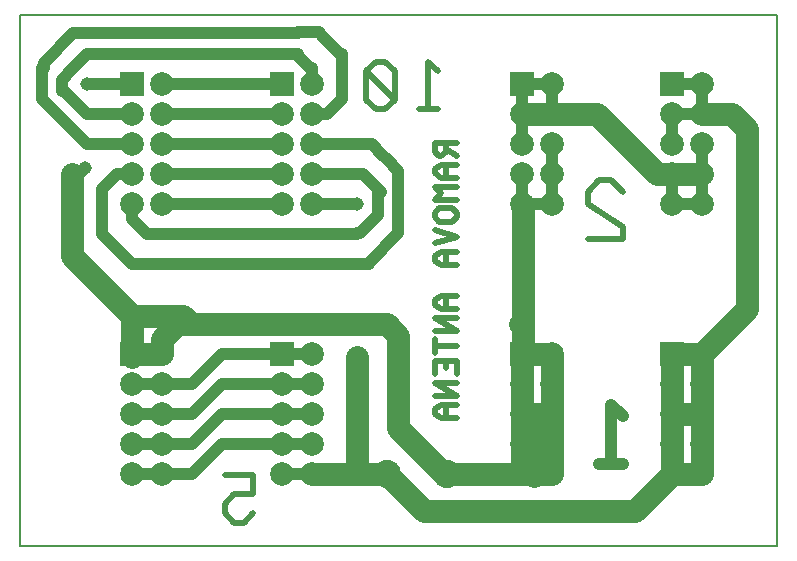
<source format=gbr>
%AMTOOL9*
21,1,0.0787,0.0787,0.0000,0.0000,0.00*
%
%AMTOOL10*
1,1,0.0787,0,0*
%
%AMTOOL11*
1,1,0.0450,0,0*
%
%AMTOOL12*
1,1,0.0940,0,0*
%
%AMTOOL13*
1,1,0.0940,0,0*
%
%ADD10C,0.002*%
%ADD11C,2.048*%
%ADD12C,0.008*%
%ADD13C,0.039*%
%ADD14C,0.050*%
%ADD15C,0.010*%
%ADD16C,0.078*%
%ADD17C,0.019*%
%ADD18C,0.011*%
%ADD19TOOL9*%
%ADD20TOOL10*%
%ADD21TOOL11*%
%ADD22TOOL12*%
%ADD23TOOL13*%
%FSLAX34Y34*%
G01X0Y0D02*
G01X74862Y46494D02*
G54D17*
G01X74467Y46889D01*
X74072*
X73677Y46494*
Y46099*
X74862Y45309*
Y44914*
X73677*
G01X74861Y37428D02*
G54D13*
G01X74071D01*
X74466D02*
Y39403D01*
X74861Y39008*
G01X62529Y35774D02*
G54D17*
G01X62213Y35458D01*
X61897*
X61581Y35774*
Y36090*
X61897Y36406*
X62529*
Y37039*
X61581*
X68678Y49248D02*
X68045D01*
X68362D02*
Y50829D01*
X68678Y50512*
X67255Y49564D02*
X66306Y50512D01*
X66622Y50829*
X66939*
X67255Y50512*
Y49564*
X66939Y49248*
X66622*
X66306Y49564*
Y50512*
G01X54766Y52402D02*
G54D12*
G01X79982D01*
Y34672*
X54766*
Y52402*
G01X69314Y48123D02*
G54D17*
G01X68586D01*
Y47832*
X68732Y47687*
X68804*
X68950Y47832*
Y48123*
Y47905D02*
X69314Y47687D01*
Y47395D02*
X68804D01*
X68586Y47250*
Y47104*
X68804Y46959*
X69314*
X68950D02*
Y47395D01*
X69314Y46667D02*
X68586D01*
X68804Y46449*
X68586Y46231*
X69314*
X69168Y45939D02*
X69314Y45794D01*
Y45648*
X69168Y45503*
X68732*
X68586Y45648*
Y45794*
X68732Y45939*
X69168*
X68586Y45211D02*
X69314Y44993D01*
X68586Y44775*
X69314Y44483D02*
X68804D01*
X68586Y44338*
Y44192*
X68804Y44047*
X69314*
X68950D02*
Y44483D01*
X69314Y43027D02*
X68804D01*
X68586Y42882*
Y42736*
X68804Y42591*
X69314*
X68950D02*
Y43027D01*
X69314Y42299D02*
X68586D01*
X69314Y41863*
X68586*
X69314Y41353D02*
X68586D01*
Y41571D02*
Y41135D01*
X69314Y40407D02*
Y40843D01*
X68586*
Y40407*
X68950Y40625D02*
Y40843D01*
X69314Y40115D02*
X68586D01*
X69314Y39679*
X68586*
X69314Y39387D02*
X68804D01*
X68586Y39242*
Y39096*
X68804Y38951*
X69314*
X68950D02*
Y39387D01*
G54D19*
X71500Y50074D03*
G54D20*
Y49074D03*
Y48074D03*
X72500Y47074D03*
X71500D03*
X72500Y48074D03*
Y49074D03*
Y50074D03*
X71500Y46074D03*
X72500D03*
G54D19*
X76500Y50074D03*
G54D20*
Y49074D03*
Y48074D03*
X77500Y47074D03*
X76500D03*
X77500Y48074D03*
Y49074D03*
Y50074D03*
X76500Y46074D03*
X77500D03*
G54D19*
X71500Y41074D03*
G54D20*
Y40074D03*
Y39074D03*
X72500Y38074D03*
X71500D03*
X72500Y39074D03*
Y40074D03*
Y41074D03*
X71500Y37074D03*
X72500D03*
G54D19*
X76500Y41074D03*
G54D20*
Y40074D03*
Y39074D03*
X77500Y38074D03*
X76500D03*
X77500Y39074D03*
Y40074D03*
Y41074D03*
X76500Y37074D03*
X77500D03*
G54D19*
X58500Y50074D03*
G54D20*
Y49074D03*
Y48074D03*
X59500Y47074D03*
X58500D03*
X59500Y48074D03*
Y49074D03*
Y50074D03*
X58500Y46074D03*
X59500D03*
G54D19*
X63500Y50074D03*
G54D20*
Y49074D03*
Y48074D03*
X64500Y47074D03*
X63500D03*
X64500Y48074D03*
Y49074D03*
Y50074D03*
X63500Y46074D03*
X64500D03*
G54D19*
X58500Y41074D03*
G54D20*
Y40074D03*
Y39074D03*
X59500Y38074D03*
X58500D03*
X59500Y39074D03*
Y40074D03*
Y41074D03*
X58500Y37074D03*
X59500D03*
G54D19*
X63500Y41074D03*
G54D20*
Y40074D03*
Y39074D03*
X64500Y38074D03*
X63500D03*
X64500Y39074D03*
Y40074D03*
Y41074D03*
X63500Y37074D03*
X64500D03*
G01X59500Y50074D02*
G54D13*
G01X63500D01*
X64500D02*
Y50629D01*
X64000Y51074D02*
X57000D01*
Y49074D02*
X58500D01*
X56500Y49574D02*
X57000Y49074D01*
Y51074D02*
X56500Y50574D01*
X56153Y50227*
X56189Y49885D02*
X56500Y49574D01*
X56153Y50227D02*
X56145Y50219D01*
Y49841*
X56189Y49885*
X64025Y51074D02*
X64000D01*
X64500Y50629D02*
X64419D01*
X64025Y51023*
Y51074*
X59500Y49074D02*
X63500D01*
X55500Y49574D02*
Y50629D01*
X65500Y51074D02*
Y51023D01*
Y49574D02*
X65000Y49074D01*
X64500*
X58500Y48074D02*
X57500D01*
X57000*
X55500Y49574*
X56539Y51771D02*
X64025D01*
X56539D02*
X55554Y50786D01*
Y50629*
X55500*
X65500Y51023D02*
Y49574D01*
Y51023D02*
X64876Y51647D01*
X64712Y51811D02*
X64025D01*
Y51771*
X64876Y51647D02*
X64712Y51811D01*
X59500Y48074D02*
X63500D01*
X64500D02*
X66500D01*
X66841Y47733*
X57500Y45574D02*
Y46574D01*
X58000Y47074*
X58500*
X57500Y45574D02*
Y45074D01*
X58500Y44074*
X66841Y47733D02*
X67000Y47574D01*
X66841Y47733*
X67374Y47200D02*
Y45901D01*
X67000Y47574D02*
X67374Y47200D01*
X66389Y44074D02*
X58500D01*
X67374Y45901D02*
Y45113D01*
X66389Y44128*
Y44074*
X59500Y47074D02*
X63500D01*
X64500D02*
X65995D01*
X59000Y45074D02*
X58500Y45574D01*
Y46074*
X66697Y46492D02*
Y45704D01*
X65995Y47074D02*
X66201D01*
X66783Y46492*
X66697*
X65995Y45074D02*
X59000D01*
X66697Y45704D02*
X66106Y45113D01*
X65995*
Y45074*
X59500Y46074D02*
X63500D01*
X76500Y50074D02*
X77500D01*
Y49074*
X76500*
Y48074*
X63500Y37074D02*
X64500D01*
G01X64500Y37074D02*
G54D16*
G01X65995D01*
G01X77500Y37074D02*
G54D13*
G01Y38074D01*
Y39074*
Y40074*
Y41074*
X76500*
Y40074*
Y39074*
Y38074*
Y37074*
X77500*
G01X77500Y49074D02*
G54D16*
G01X78500D01*
X79000Y48574*
Y42574*
X78000Y41574*
X77500Y41074*
X78000Y41574*
X77500Y41074D02*
Y40074D01*
Y39074*
Y38074*
Y37074*
X76500*
Y38074*
Y39074*
X77500*
X76500*
Y40074*
Y41074*
X78000Y41574D02*
X77500Y41074D01*
X76500*
X67000Y37074D02*
X68220Y35854D01*
X69344*
X75254*
X76436Y37036*
X76500Y37074*
G01X64500Y46074D02*
G54D13*
G01X65971D01*
X65995Y46098*
G54D21*
D03*
Y40976D03*
G01X65995Y37074D02*
G54D16*
G01X67000D01*
X65995D02*
Y40976D01*
G01X64500Y41074D02*
G54D13*
G01X63500D01*
X61500*
X60500Y40074*
X59500*
X58500*
X64500D02*
X63500D01*
X61500*
X60500Y39074*
X59500*
X58500*
X64500D02*
X63500D01*
X61500*
X60500Y38074*
X59500*
X58500*
X64500D02*
X63500D01*
X61500*
X60500Y37074*
X59500*
X58500*
X77500Y48074D02*
Y47074D01*
Y46074*
X76500*
Y47074*
X76000*
G01X76000Y47074D02*
G54D16*
G01X75623Y47451D01*
X74000Y49074D02*
X73481D01*
G01X72500Y49074D02*
G54D13*
G01Y50074D01*
X71500*
Y49074*
Y48074*
G01X75623Y47451D02*
G54D16*
G01X74000Y49074D01*
X75623Y47451D02*
X75991Y47083D01*
X76436*
X76500Y47074*
X76436Y47083D02*
X76500D01*
X77421D02*
X77500Y47074D01*
X76500Y47083D02*
X77421D01*
X76500Y47074D02*
Y47083D01*
X73481Y49074D02*
X72500D01*
X73481*
X71532D02*
X71516Y49058D01*
X71511Y49053D02*
X71500Y49074D01*
X72500D02*
X71532D01*
X71516Y49058D02*
X71511Y49053D01*
X71500Y49074D02*
X71516Y49058D01*
G01X72500Y48074D02*
G54D13*
G01Y47074D01*
Y46074*
X71500*
Y47074*
Y46074*
Y41074D02*
X72500D01*
Y40074*
Y39074*
Y38074*
Y37074*
X71905*
X71500D02*
Y38074D01*
Y39074*
Y40074*
Y41074*
G01X69000Y37074D02*
G54D16*
G01X71500D01*
Y38074*
Y39074*
Y40074*
Y41074*
G01X71500Y41074D02*
G54D13*
G01X72500D01*
G01X71500Y41074D02*
G54D16*
G01X72500D01*
Y40074*
Y39074*
Y38074*
Y37074*
X71905*
G54D21*
X57000Y50074D03*
G01X56500Y47074D02*
G54D16*
G01Y46886D01*
X58500Y41074D02*
X58509D01*
X59500D02*
Y41574D01*
X60000Y42074*
X60479*
G01X58500Y50074D02*
G54D13*
G01X57000D01*
G54D21*
X56933Y47280D03*
G01X56500Y46886D02*
G54D16*
G01Y45113D01*
G01X56933Y47280D02*
G54D13*
G01X56539Y46886D01*
X56500Y47074*
G01X71511Y40976D02*
G54D16*
G01X71500Y41074D01*
X71456Y41031D02*
X71457Y41030D01*
X71500Y41074D02*
X71456Y41031D01*
X71457Y41030D02*
X71511Y40976D01*
X71500Y41074D02*
X71457Y41030D01*
X71511Y40976D02*
Y41074D01*
Y46098D02*
X71500Y46074D01*
X71511Y41074D02*
Y42074D01*
X71500Y41074D02*
X71511D01*
Y46074D02*
Y46098D01*
X71500Y46074D02*
X71511D01*
Y42158*
X66389Y42074D02*
X66980D01*
X71427D02*
X71511Y42158D01*
X56500Y45113D02*
Y44364D01*
X58509Y42355*
Y41074*
Y40976*
X58500Y41074D02*
X58509D01*
X59500*
X58509Y40976D02*
Y41074D01*
X66980Y42074D02*
X67374Y41680D01*
Y40582*
Y38612*
X68950Y37036*
X69000Y37074*
X71511Y42074D02*
Y42158D01*
X71427Y42074D02*
X71511D01*
X71500Y39074D02*
X72428D01*
X72464Y39038*
X72496Y39006D02*
X72500Y39074D01*
X72464Y39038D02*
X72496Y39006D01*
X72500Y39074D02*
X72464Y39038D01*
X71905Y37074D02*
X71500D01*
G01X71905Y37074D02*
G54D13*
G01X71500D01*
G01X72496Y39006D02*
G54D16*
G01X71905Y38415D01*
Y37036*
Y37074*
X60479Y42074D02*
X66389D01*
X60479D02*
X60198Y42355D01*
X58509*
G54D22*
X67000Y37074D03*
G54D23*
X69000D03*
G01X74862Y46494D02*
G54D17*
G01X74467Y46889D01*
X74072*
X73677Y46494*
Y46099*
X74862Y45309*
Y44914*
X73677*
G01X74861Y37428D02*
G54D13*
G01X74071D01*
X74466D02*
Y39403D01*
X74861Y39008*
G01X62529Y35774D02*
G54D17*
G01X62213Y35458D01*
X61897*
X61581Y35774*
Y36090*
X61897Y36406*
X62529*
Y37039*
X61581*
X68678Y49248D02*
X68045D01*
X68362D02*
Y50829D01*
X68678Y50512*
X67255Y49564D02*
X66306Y50512D01*
X66622Y50829*
X66939*
X67255Y50512*
Y49564*
X66939Y49248*
X66622*
X66306Y49564*
Y50512*
G01X54766Y52402D02*
G54D12*
G01X79982D01*
Y34672*
X54766*
Y52402*
G01X69314Y48123D02*
G54D17*
G01X68586D01*
Y47832*
X68732Y47687*
X68804*
X68950Y47832*
Y48123*
Y47905D02*
X69314Y47687D01*
Y47395D02*
X68804D01*
X68586Y47250*
Y47104*
X68804Y46959*
X69314*
X68950D02*
Y47395D01*
X69314Y46667D02*
X68586D01*
X68804Y46449*
X68586Y46231*
X69314*
X69168Y45939D02*
X69314Y45794D01*
Y45648*
X69168Y45503*
X68732*
X68586Y45648*
Y45794*
X68732Y45939*
X69168*
X68586Y45211D02*
X69314Y44993D01*
X68586Y44775*
X69314Y44483D02*
X68804D01*
X68586Y44338*
Y44192*
X68804Y44047*
X69314*
X68950D02*
Y44483D01*
X69314Y43027D02*
X68804D01*
X68586Y42882*
Y42736*
X68804Y42591*
X69314*
X68950D02*
Y43027D01*
X69314Y42299D02*
X68586D01*
X69314Y41863*
X68586*
X69314Y41353D02*
X68586D01*
Y41571D02*
Y41135D01*
X69314Y40407D02*
Y40843D01*
X68586*
Y40407*
X68950Y40625D02*
Y40843D01*
X69314Y40115D02*
X68586D01*
X69314Y39679*
X68586*
X69314Y39387D02*
X68804D01*
X68586Y39242*
Y39096*
X68804Y38951*
X69314*
X68950D02*
Y39387D01*
X0Y0D02*
M02*

</source>
